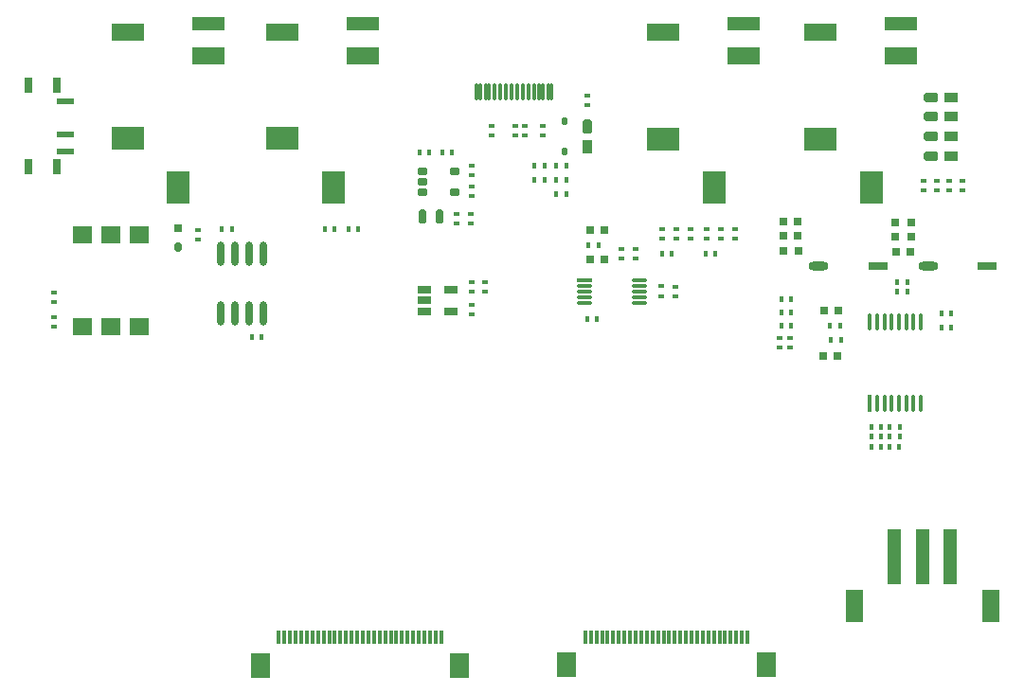
<source format=gtp>
G04*
G04 #@! TF.GenerationSoftware,Altium Limited,Altium Designer,20.0.13 (296)*
G04*
G04 Layer_Color=8421504*
%FSLAX25Y25*%
%MOIN*%
G70*
G01*
G75*
%ADD20R,0.01968X0.01575*%
%ADD21R,0.01575X0.01968*%
G04:AMPARAMS|DCode=22|XSize=19.68mil|YSize=23.62mil|CornerRadius=4.92mil|HoleSize=0mil|Usage=FLASHONLY|Rotation=0.000|XOffset=0mil|YOffset=0mil|HoleType=Round|Shape=RoundedRectangle|*
%AMROUNDEDRECTD22*
21,1,0.01968,0.01378,0,0,0.0*
21,1,0.00984,0.02362,0,0,0.0*
1,1,0.00984,0.00492,-0.00689*
1,1,0.00984,-0.00492,-0.00689*
1,1,0.00984,-0.00492,0.00689*
1,1,0.00984,0.00492,0.00689*
%
%ADD22ROUNDEDRECTD22*%
G04:AMPARAMS|DCode=23|XSize=50mil|YSize=35mil|CornerRadius=0mil|HoleSize=0mil|Usage=FLASHONLY|Rotation=90.000|XOffset=0mil|YOffset=0mil|HoleType=Round|Shape=Octagon|*
%AMOCTAGOND23*
4,1,8,0.00875,0.02500,-0.00875,0.02500,-0.01750,0.01625,-0.01750,-0.01625,-0.00875,-0.02500,0.00875,-0.02500,0.01750,-0.01625,0.01750,0.01625,0.00875,0.02500,0.0*
%
%ADD23OCTAGOND23*%

%ADD24R,0.03500X0.05000*%
%ADD25R,0.06299X0.11811*%
%ADD26R,0.04724X0.19685*%
G04:AMPARAMS|DCode=27|XSize=23.62mil|YSize=35mil|CornerRadius=5.91mil|HoleSize=0mil|Usage=FLASHONLY|Rotation=90.000|XOffset=0mil|YOffset=0mil|HoleType=Round|Shape=RoundedRectangle|*
%AMROUNDEDRECTD27*
21,1,0.02362,0.02319,0,0,90.0*
21,1,0.01181,0.03500,0,0,90.0*
1,1,0.01181,0.01159,0.00591*
1,1,0.01181,0.01159,-0.00591*
1,1,0.01181,-0.01159,-0.00591*
1,1,0.01181,-0.01159,0.00591*
%
%ADD27ROUNDEDRECTD27*%
%ADD28R,0.04921X0.02756*%
%ADD29R,0.05512X0.01200*%
%ADD30O,0.05512X0.01200*%
%ADD31R,0.03000X0.02500*%
%ADD32R,0.03000X0.03000*%
%ADD33R,0.03000X0.03000*%
%ADD34R,0.07087X0.03150*%
%ADD35O,0.07087X0.03150*%
%ADD36O,0.01378X0.06299*%
%ADD37R,0.01378X0.06299*%
%ADD38R,0.05000X0.03500*%
G04:AMPARAMS|DCode=39|XSize=50mil|YSize=35mil|CornerRadius=0mil|HoleSize=0mil|Usage=FLASHONLY|Rotation=180.000|XOffset=0mil|YOffset=0mil|HoleType=Round|Shape=Octagon|*
%AMOCTAGOND39*
4,1,8,-0.02500,0.00875,-0.02500,-0.00875,-0.01625,-0.01750,0.01625,-0.01750,0.02500,-0.00875,0.02500,0.00875,0.01625,0.01750,-0.01625,0.01750,-0.02500,0.00875,0.0*
%
%ADD39OCTAGOND39*%

%ADD40R,0.11417X0.04724*%
%ADD41R,0.11417X0.05906*%
%ADD42R,0.11417X0.07874*%
%ADD43R,0.07874X0.11811*%
G04:AMPARAMS|DCode=44|XSize=59.06mil|YSize=11.81mil|CornerRadius=2.95mil|HoleSize=0mil|Usage=FLASHONLY|Rotation=270.000|XOffset=0mil|YOffset=0mil|HoleType=Round|Shape=RoundedRectangle|*
%AMROUNDEDRECTD44*
21,1,0.05906,0.00591,0,0,270.0*
21,1,0.05315,0.01181,0,0,270.0*
1,1,0.00591,-0.00295,-0.02657*
1,1,0.00591,-0.00295,0.02657*
1,1,0.00591,0.00295,0.02657*
1,1,0.00591,0.00295,-0.02657*
%
%ADD44ROUNDEDRECTD44*%
%ADD45O,0.02362X0.08661*%
%ADD46R,0.02756X0.03150*%
G04:AMPARAMS|DCode=47|XSize=31.5mil|YSize=27.56mil|CornerRadius=0mil|HoleSize=0mil|Usage=FLASHONLY|Rotation=270.000|XOffset=0mil|YOffset=0mil|HoleType=Round|Shape=Octagon|*
%AMOCTAGOND47*
4,1,8,-0.00689,-0.01575,0.00689,-0.01575,0.01378,-0.00886,0.01378,0.00886,0.00689,0.01575,-0.00689,0.01575,-0.01378,0.00886,-0.01378,-0.00886,-0.00689,-0.01575,0.0*
%
%ADD47OCTAGOND47*%

%ADD48R,0.07008X0.05984*%
%ADD49R,0.03150X0.05512*%
%ADD50R,0.05906X0.02362*%
%ADD51R,0.01181X0.05118*%
%ADD52R,0.07087X0.08661*%
G04:AMPARAMS|DCode=53|XSize=25mil|YSize=50mil|CornerRadius=6.25mil|HoleSize=0mil|Usage=FLASHONLY|Rotation=0.000|XOffset=0mil|YOffset=0mil|HoleType=Round|Shape=RoundedRectangle|*
%AMROUNDEDRECTD53*
21,1,0.02500,0.03750,0,0,0.0*
21,1,0.01250,0.05000,0,0,0.0*
1,1,0.01250,0.00625,-0.01875*
1,1,0.01250,-0.00625,-0.01875*
1,1,0.01250,-0.00625,0.01875*
1,1,0.01250,0.00625,0.01875*
%
%ADD53ROUNDEDRECTD53*%
D20*
X928200Y268527D02*
D03*
Y271873D02*
D03*
X931800Y268527D02*
D03*
Y271873D02*
D03*
X827000Y343154D02*
D03*
Y346500D02*
D03*
X835200Y346346D02*
D03*
Y343000D02*
D03*
X845000D02*
D03*
Y346346D02*
D03*
X838700Y346373D02*
D03*
Y343027D02*
D03*
X860500Y353654D02*
D03*
Y357000D02*
D03*
X820000Y332543D02*
D03*
X820000Y329000D02*
D03*
Y325000D02*
D03*
Y321654D02*
D03*
X819500Y315543D02*
D03*
X819500Y312000D02*
D03*
X814500Y315543D02*
D03*
X814500Y312000D02*
D03*
X824500Y287957D02*
D03*
X824500Y291500D02*
D03*
X820000Y287957D02*
D03*
X820000Y291500D02*
D03*
X820000Y283543D02*
D03*
X820000Y280000D02*
D03*
X872500Y299728D02*
D03*
X872500Y303271D02*
D03*
X877500Y299728D02*
D03*
X877500Y303271D02*
D03*
X891500Y289926D02*
D03*
X891500Y286383D02*
D03*
X886500Y290043D02*
D03*
X886500Y286500D02*
D03*
X887000Y306654D02*
D03*
X887000Y310197D02*
D03*
X892000Y306728D02*
D03*
X892000Y310271D02*
D03*
X897000Y306850D02*
D03*
Y310197D02*
D03*
X902500Y306728D02*
D03*
X902500Y310271D02*
D03*
X907500Y306654D02*
D03*
X907500Y310197D02*
D03*
X912500D02*
D03*
Y306850D02*
D03*
X992500Y327173D02*
D03*
Y323827D02*
D03*
X988000Y327173D02*
D03*
Y323827D02*
D03*
X983500Y327173D02*
D03*
Y323827D02*
D03*
X979000Y327173D02*
D03*
Y323827D02*
D03*
X723500Y309846D02*
D03*
Y306500D02*
D03*
X673000Y284327D02*
D03*
Y287673D02*
D03*
Y279272D02*
D03*
X673000Y275729D02*
D03*
D21*
X742457Y272000D02*
D03*
X746000Y272000D02*
D03*
X768154Y310000D02*
D03*
X771500D02*
D03*
X779846D02*
D03*
X776500D02*
D03*
X841882Y327500D02*
D03*
X845425Y327500D02*
D03*
X841882Y332500D02*
D03*
X845425Y332500D02*
D03*
X801654Y337000D02*
D03*
X805000D02*
D03*
X813000D02*
D03*
X809654D02*
D03*
X932173Y285500D02*
D03*
X928827D02*
D03*
X932173Y280750D02*
D03*
X928827D02*
D03*
X932173Y276000D02*
D03*
X928827D02*
D03*
X864000Y278500D02*
D03*
X860457Y278500D02*
D03*
X864500Y304500D02*
D03*
X860957Y304500D02*
D03*
X902327Y301500D02*
D03*
X905673D02*
D03*
X886827D02*
D03*
X890173D02*
D03*
X969728Y291500D02*
D03*
X973271Y291500D02*
D03*
X969728Y288000D02*
D03*
X973271Y288000D02*
D03*
X945982Y276000D02*
D03*
X949525Y276000D02*
D03*
X946228Y271000D02*
D03*
X949771Y271000D02*
D03*
X960575Y240500D02*
D03*
X963922D02*
D03*
X960575Y237000D02*
D03*
X963922D02*
D03*
X960500Y233500D02*
D03*
X963846D02*
D03*
X966902D02*
D03*
X970248D02*
D03*
X967032Y237000D02*
D03*
X970575Y237000D02*
D03*
X967075Y240500D02*
D03*
X970618Y240500D02*
D03*
X988500Y280500D02*
D03*
X985154D02*
D03*
X988500Y275500D02*
D03*
X985154D02*
D03*
X732000Y310000D02*
D03*
X735543Y310000D02*
D03*
X849729Y322500D02*
D03*
X853272Y322500D02*
D03*
X849729Y332500D02*
D03*
X853272Y332500D02*
D03*
X849729Y327500D02*
D03*
X853272Y327500D02*
D03*
D22*
X852500Y347968D02*
D03*
Y337500D02*
D03*
D23*
X860500Y346000D02*
D03*
D24*
Y339000D02*
D03*
D25*
X954657Y177500D02*
D03*
X1002500D02*
D03*
D26*
X978579Y194819D02*
D03*
X988421D02*
D03*
X968736D02*
D03*
D27*
X802600Y323000D02*
D03*
Y326740D02*
D03*
Y330480D02*
D03*
X814000D02*
D03*
Y323000D02*
D03*
D28*
X803276Y288740D02*
D03*
Y285000D02*
D03*
Y281260D02*
D03*
X812724D02*
D03*
Y288740D02*
D03*
D29*
X859709Y291969D02*
D03*
D30*
Y290000D02*
D03*
Y288031D02*
D03*
Y286063D02*
D03*
Y284094D02*
D03*
X879000D02*
D03*
Y286063D02*
D03*
Y288031D02*
D03*
Y290000D02*
D03*
Y291969D02*
D03*
D31*
X861500Y299500D02*
D03*
X866500D02*
D03*
X861500Y309672D02*
D03*
X866500D02*
D03*
X944000Y281500D02*
D03*
X949000D02*
D03*
X948500Y265500D02*
D03*
X943500D02*
D03*
D32*
X934700Y312759D02*
D03*
Y307641D02*
D03*
X929500Y312759D02*
D03*
Y307641D02*
D03*
X969000Y312559D02*
D03*
Y307441D02*
D03*
X974500Y312500D02*
D03*
Y307382D02*
D03*
D33*
X934759Y302500D02*
D03*
X929641D02*
D03*
X974359Y302100D02*
D03*
X969241D02*
D03*
D34*
X962933Y297000D02*
D03*
X1001366D02*
D03*
D35*
X942067D02*
D03*
X980500D02*
D03*
D36*
X960043Y277370D02*
D03*
X962602D02*
D03*
X965161D02*
D03*
X967720D02*
D03*
X970280D02*
D03*
X972839D02*
D03*
X975398D02*
D03*
X977957D02*
D03*
Y248630D02*
D03*
X975398D02*
D03*
X972839D02*
D03*
X970280D02*
D03*
X967720D02*
D03*
X965161D02*
D03*
X962602D02*
D03*
D37*
X960043D02*
D03*
D38*
X988500Y335920D02*
D03*
Y342760D02*
D03*
Y349677D02*
D03*
Y356474D02*
D03*
D39*
X981500Y335920D02*
D03*
Y342760D02*
D03*
Y349677D02*
D03*
Y356474D02*
D03*
D40*
X971000Y382500D02*
D03*
X915673D02*
D03*
X781673Y382551D02*
D03*
X727173D02*
D03*
D41*
X942654Y379351D02*
D03*
X971000Y371083D02*
D03*
X887327Y379351D02*
D03*
X915673Y371083D02*
D03*
X753327Y379402D02*
D03*
X781673Y371134D02*
D03*
X698827Y379402D02*
D03*
X727173Y371134D02*
D03*
D42*
X942654Y341949D02*
D03*
X887327D02*
D03*
X753327Y342000D02*
D03*
X698827D02*
D03*
D43*
X960567Y324626D02*
D03*
X905240D02*
D03*
X771240Y324677D02*
D03*
X716740D02*
D03*
D44*
X821689Y358437D02*
D03*
X822870D02*
D03*
X824839D02*
D03*
X826020D02*
D03*
X827988D02*
D03*
X829957D02*
D03*
X831925D02*
D03*
X833894D02*
D03*
X835862D02*
D03*
X837831D02*
D03*
X839799D02*
D03*
X841768D02*
D03*
X843736D02*
D03*
X844917D02*
D03*
X846886D02*
D03*
X848067D02*
D03*
D45*
X731500Y280500D02*
D03*
X736500D02*
D03*
X741500D02*
D03*
X746500D02*
D03*
X731500Y301398D02*
D03*
X736500D02*
D03*
X741500D02*
D03*
X746500D02*
D03*
D46*
X716500Y310346D02*
D03*
D47*
Y303654D02*
D03*
D48*
X703000Y275760D02*
D03*
X683000D02*
D03*
X693000D02*
D03*
X703000Y308240D02*
D03*
X683000D02*
D03*
X693000D02*
D03*
D49*
X673921Y360776D02*
D03*
X664079D02*
D03*
Y332035D02*
D03*
X673921D02*
D03*
D50*
X676858Y355264D02*
D03*
Y343453D02*
D03*
Y337547D02*
D03*
D51*
X859874Y166500D02*
D03*
X861843D02*
D03*
X863811D02*
D03*
X865780D02*
D03*
X867748D02*
D03*
X869717D02*
D03*
X871685D02*
D03*
X873654D02*
D03*
X875622D02*
D03*
X877591D02*
D03*
X879559D02*
D03*
X881528D02*
D03*
X883496D02*
D03*
X885465D02*
D03*
X887433D02*
D03*
X889402D02*
D03*
X891370D02*
D03*
X893339D02*
D03*
X895307D02*
D03*
X897276D02*
D03*
X899244D02*
D03*
X905150D02*
D03*
X907118D02*
D03*
X909087D02*
D03*
X911055D02*
D03*
X913024D02*
D03*
X914992D02*
D03*
X916961D02*
D03*
X903181D02*
D03*
X901213D02*
D03*
X793395Y166431D02*
D03*
X795364D02*
D03*
X809143D02*
D03*
X807175D02*
D03*
X805206D02*
D03*
X803238D02*
D03*
X801269D02*
D03*
X799301D02*
D03*
X797332D02*
D03*
X791427D02*
D03*
X789458D02*
D03*
X787490D02*
D03*
X785521D02*
D03*
X783553D02*
D03*
X781584D02*
D03*
X779616D02*
D03*
X777647D02*
D03*
X775679D02*
D03*
X773710D02*
D03*
X771742D02*
D03*
X769773D02*
D03*
X767805D02*
D03*
X765836D02*
D03*
X763868D02*
D03*
X761899D02*
D03*
X759931D02*
D03*
X757962D02*
D03*
X755994D02*
D03*
X754025D02*
D03*
X752057D02*
D03*
D52*
X853378Y156669D02*
D03*
X923457D02*
D03*
X815639Y156600D02*
D03*
X745561D02*
D03*
D53*
X802454Y314500D02*
D03*
X808546D02*
D03*
M02*

</source>
